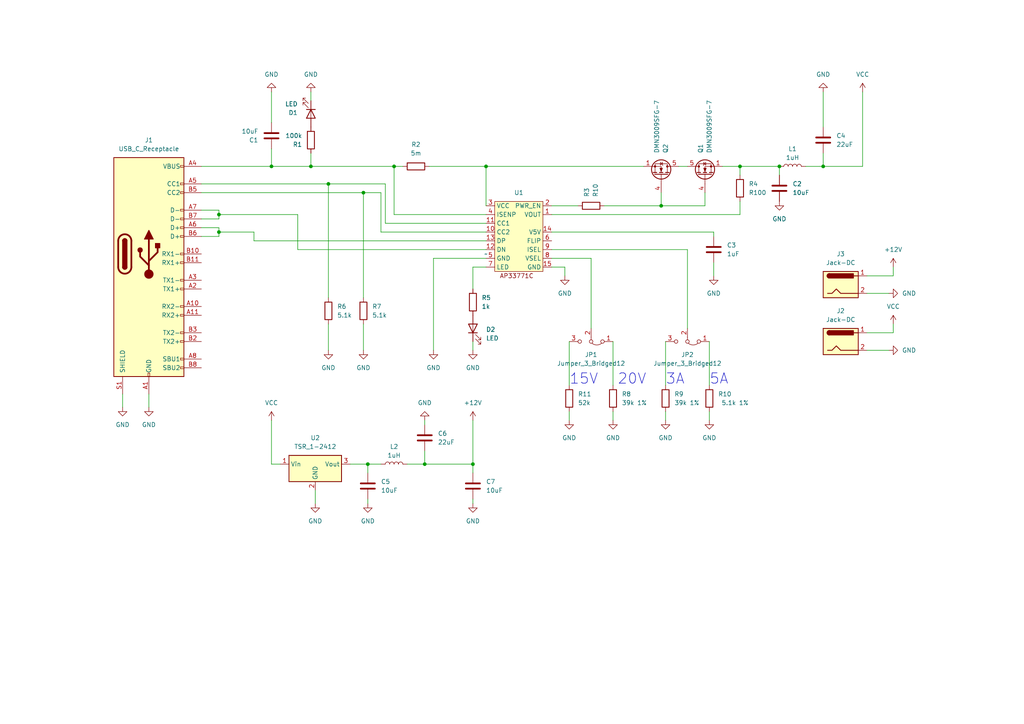
<source format=kicad_sch>
(kicad_sch (version 20230121) (generator eeschema)
  (paper "A4")
  (title_block (title "QMX + PA USB PD Power Board") (date "2024-10-08") (rev "1") (company "Lennart Werner"))
  (lib_symbols
    (symbol "Connector:Jack-DC" (pin_names (offset 1.016))
      (property "Reference" "J" (at 0 5.334 0))
      (property "Value" "Jack-DC" (at 0 -5.08 0))
      (symbol "Jack-DC_0_1"
        (rectangle (start -5.08 3.81) (end 5.08 -3.81) (stroke (width 0.254)) (fill (type background)))
        (arc (start -3.302 3.175) (mid -3.9343 2.54) (end -3.302 1.905) (stroke (width 0.254)))
        (arc (start -3.302 3.175) (mid -3.9343 2.54) (end -3.302 1.905) (stroke (width 0.254)) (fill (type outline)))
        (polyline (pts (xy 5.08 2.54) (xy 3.81 2.54)) (stroke (width 0.254)))
        (polyline (pts (xy -3.81 -2.54) (xy -2.54 -2.54) (xy -1.27 -1.27) (xy 0 -2.54) (xy 2.54 -2.54) (xy 5.08 -2.54)) (stroke (width 0.254)))
        (rectangle (start 3.683 3.175) (end -3.302 1.905) (stroke (width 0.254)) (fill (type outline)))
      )
      (symbol "Jack-DC_1_1"
        (pin passive line (at 7.62 2.54 180) (length 2.54) (name "~") (number "1"))
        (pin passive line (at 7.62 -2.54 180) (length 2.54) (name "~") (number "2"))
      )
    )
    (symbol "Connector:USB_C_Receptacle" (pin_names (offset 1.016))
      (property "Reference" "J" (at -10.16 29.21 0))
      (property "Value" "USB_C_Receptacle" (at 10.16 29.21 0))
      (symbol "USB_C_Receptacle_0_0"
        (rectangle (start -0.254 -35.56) (end 0.254 -34.544))
        (rectangle (start 10.16 -32.766) (end 9.144 -33.274))
        (rectangle (start 10.16 -30.226) (end 9.144 -30.734))
        (rectangle (start 10.16 -25.146) (end 9.144 -25.654))
        (rectangle (start 10.16 -22.606) (end 9.144 -23.114))
        (rectangle (start 10.16 -17.526) (end 9.144 -18.034))
        (rectangle (start 10.16 -14.986) (end 9.144 -15.494))
        (rectangle (start 10.16 -9.906) (end 9.144 -10.414))
        (rectangle (start 10.16 -7.366) (end 9.144 -7.874))
        (rectangle (start 10.16 -2.286) (end 9.144 -2.794))
        (rectangle (start 10.16 0.254) (end 9.144 -0.254))
        (rectangle (start 10.16 5.334) (end 9.144 4.826))
        (rectangle (start 10.16 7.874) (end 9.144 7.366))
        (rectangle (start 10.16 10.414) (end 9.144 9.906))
        (rectangle (start 10.16 12.954) (end 9.144 12.446))
        (rectangle (start 10.16 18.034) (end 9.144 17.526))
        (rectangle (start 10.16 20.574) (end 9.144 20.066))
        (rectangle (start 10.16 25.654) (end 9.144 25.146))
      )
      (symbol "USB_C_Receptacle_0_1"
        (rectangle (start -10.16 27.94) (end 10.16 -35.56) (stroke (width 0.254)) (fill (type background)))
        (arc (start -8.89 -3.81) (mid -6.985 -5.7067) (end -5.08 -3.81) (stroke (width 0.508)))
        (arc (start -7.62 -3.81) (mid -6.985 -4.4423) (end -6.35 -3.81) (stroke (width 0.254)))
        (arc (start -7.62 -3.81) (mid -6.985 -4.4423) (end -6.35 -3.81) (stroke (width 0.254)) (fill (type outline)))
        (rectangle (start -7.62 -3.81) (end -6.35 3.81) (stroke (width 0.254)) (fill (type outline)))
        (arc (start -6.35 3.81) (mid -6.985 4.4423) (end -7.62 3.81) (stroke (width 0.254)))
        (arc (start -6.35 3.81) (mid -6.985 4.4423) (end -7.62 3.81) (stroke (width 0.254)) (fill (type outline)))
        (arc (start -5.08 3.81) (mid -6.985 5.7067) (end -8.89 3.81) (stroke (width 0.508)))
        (polyline (pts (xy -8.89 -3.81) (xy -8.89 3.81)) (stroke (width 0.508)))
        (polyline (pts (xy -5.08 3.81) (xy -5.08 -3.81)) (stroke (width 0.508)))
      )
      (symbol "USB_C_Receptacle_1_1"
        (circle (center -2.54 1.143) (radius 0.635) (stroke (width 0.254)) (fill (type outline)))
        (circle (center 0 -5.842) (radius 1.27) (fill (type outline)))
        (polyline (pts (xy 0 -5.842) (xy 0 4.318)) (stroke (width 0.508)))
        (polyline (pts (xy 0 -3.302) (xy -2.54 -0.762) (xy -2.54 0.508)) (stroke (width 0.508)))
        (polyline (pts (xy 0 -2.032) (xy 2.54 0.508) (xy 2.54 1.778)) (stroke (width 0.508)))
        (polyline (pts (xy -1.27 4.318) (xy 0 6.858) (xy 1.27 4.318) (xy -1.27 4.318)) (stroke (width 0.254)) (fill (type outline)))
        (rectangle (start 1.905 1.778) (end 3.175 3.048) (stroke (width 0.254)) (fill (type outline)))
        (pin passive line (at 0 -40.64 90) (length 5.08) (name "GND") (number "A1"))
        (pin bidirectional line (at 15.24 -15.24 180) (length 5.08) (name "RX2-") (number "A10"))
        (pin bidirectional line (at 15.24 -17.78 180) (length 5.08) (name "RX2+") (number "A11"))
        (pin passive line (at 0 -40.64 90) (length 5.08) hide (name "GND") (number "A12"))
        (pin bidirectional line (at 15.24 -10.16 180) (length 5.08) (name "TX1+") (number "A2"))
        (pin bidirectional line (at 15.24 -7.62 180) (length 5.08) (name "TX1-") (number "A3"))
        (pin passive line (at 15.24 25.4 180) (length 5.08) (name "VBUS") (number "A4"))
        (pin bidirectional line (at 15.24 20.32 180) (length 5.08) (name "CC1") (number "A5"))
        (pin bidirectional line (at 15.24 7.62 180) (length 5.08) (name "D+") (number "A6"))
        (pin bidirectional line (at 15.24 12.7 180) (length 5.08) (name "D-") (number "A7"))
        (pin bidirectional line (at 15.24 -30.48 180) (length 5.08) (name "SBU1") (number "A8"))
        (pin passive line (at 15.24 25.4 180) (length 5.08) hide (name "VBUS") (number "A9"))
        (pin passive line (at 0 -40.64 90) (length 5.08) hide (name "GND") (number "B1"))
        (pin bidirectional line (at 15.24 0 180) (length 5.08) (name "RX1-") (number "B10"))
        (pin bidirectional line (at 15.24 -2.54 180) (length 5.08) (name "RX1+") (number "B11"))
        (pin passive line (at 0 -40.64 90) (length 5.08) hide (name "GND") (number "B12"))
        (pin bidirectional line (at 15.24 -25.4 180) (length 5.08) (name "TX2+") (number "B2"))
        (pin bidirectional line (at 15.24 -22.86 180) (length 5.08) (name "TX2-") (number "B3"))
        (pin passive line (at 15.24 25.4 180) (length 5.08) hide (name "VBUS") (number "B4"))
        (pin bidirectional line (at 15.24 17.78 180) (length 5.08) (name "CC2") (number "B5"))
        (pin bidirectional line (at 15.24 5.08 180) (length 5.08) (name "D+") (number "B6"))
        (pin bidirectional line (at 15.24 10.16 180) (length 5.08) (name "D-") (number "B7"))
        (pin bidirectional line (at 15.24 -33.02 180) (length 5.08) (name "SBU2") (number "B8"))
        (pin passive line (at 15.24 25.4 180) (length 5.08) hide (name "VBUS") (number "B9"))
        (pin passive line (at -7.62 -40.64 90) (length 5.08) (name "SHIELD") (number "S1"))
      )
    )
    (symbol "Device:C" (pin_numbers hide) (pin_names (offset 0.254))
      (property "Reference" "C" (at 0.635 2.54 0))
      (property "Value" "C" (at 0.635 -2.54 0))
      (symbol "C_0_1"
        (polyline (pts (xy -2.032 -0.762) (xy 2.032 -0.762)) (stroke (width 0.508)))
        (polyline (pts (xy -2.032 0.762) (xy 2.032 0.762)) (stroke (width 0.508)))
      )
      (symbol "C_1_1"
        (pin passive line (at 0 3.81 270) (length 2.794) (name "~") (number "1"))
        (pin passive line (at 0 -3.81 90) (length 2.794) (name "~") (number "2"))
      )
    )
    (symbol "Device:L" (pin_numbers hide) (pin_names (offset 1.016) hide)
      (property "Reference" "L" (at -1.27 0 90))
      (property "Value" "L" (at 1.905 0 90))
      (symbol "L_0_1"
        (arc (start 0 -2.54) (mid 0.6323 -1.905) (end 0 -1.27))
        (arc (start 0 -1.27) (mid 0.6323 -0.635) (end 0 0))
        (arc (start 0 0) (mid 0.6323 0.635) (end 0 1.27))
        (arc (start 0 1.27) (mid 0.6323 1.905) (end 0 2.54))
      )
      (symbol "L_1_1"
        (pin passive line (at 0 3.81 270) (length 1.27) (name "1") (number "1"))
        (pin passive line (at 0 -3.81 90) (length 1.27) (name "2") (number "2"))
      )
    )
    (symbol "Device:LED" (pin_numbers hide) (pin_names (offset 1.016) hide)
      (property "Reference" "D" (at 0 2.54 0))
      (property "Value" "LED" (at 0 -2.54 0))
      (symbol "LED_0_1"
        (polyline (pts (xy -1.27 -1.27) (xy -1.27 1.27)) (stroke (width 0.254)))
        (polyline (pts (xy -1.27 0) (xy 1.27 0)))
        (polyline (pts (xy 1.27 -1.27) (xy 1.27 1.27) (xy -1.27 0) (xy 1.27 -1.27)) (stroke (width 0.254)))
        (polyline (pts (xy -3.048 -0.762) (xy -4.572 -2.286) (xy -3.81 -2.286) (xy -4.572 -2.286) (xy -4.572 -1.524)))
        (polyline (pts (xy -1.778 -0.762) (xy -3.302 -2.286) (xy -2.54 -2.286) (xy -3.302 -2.286) (xy -3.302 -1.524)))
      )
      (symbol "LED_1_1"
        (pin passive line (at -3.81 0 0) (length 2.54) (name "K") (number "1"))
        (pin passive line (at 3.81 0 180) (length 2.54) (name "A") (number "2"))
      )
    )
    (symbol "Device:R" (pin_numbers hide) (pin_names (offset 0))
      (property "Reference" "R" (at 2.032 0 90))
      (property "Value" "R" (at 0 0 90))
      (symbol "R_0_1"
        (rectangle (start -1.016 -2.54) (end 1.016 2.54) (stroke (width 0.254)))
      )
      (symbol "R_1_1"
        (pin passive line (at 0 3.81 270) (length 1.27) (name "~") (number "1"))
        (pin passive line (at 0 -3.81 90) (length 1.27) (name "~") (number "2"))
      )
    )
    (symbol "Jumper:Jumper_3_Bridged12" (pin_names (offset 0) hide)
      (property "Reference" "JP" (at -2.54 -2.54 0))
      (property "Value" "Jumper_3_Bridged12" (at 0 2.794 0))
      (symbol "Jumper_3_Bridged12_0_0"
        (circle (center -3.302 0) (radius 0.508))
        (circle (center 0 0) (radius 0.508))
        (circle (center 3.302 0) (radius 0.508))
      )
      (symbol "Jumper_3_Bridged12_0_1"
        (arc (start -0.254 0.508) (mid -1.651 0.9912) (end -3.048 0.508))
        (polyline (pts (xy 0 -1.27) (xy 0 -0.508)))
      )
      (symbol "Jumper_3_Bridged12_1_1"
        (pin passive line (at -6.35 0 0) (length 2.54) (name "A") (number "1"))
        (pin passive line (at 0 -3.81 90) (length 2.54) (name "C") (number "2"))
        (pin passive line (at 6.35 0 180) (length 2.54) (name "B") (number "3"))
      )
    )
    (symbol "Regulator_Switching:TSR_1-2412"
      (property "Reference" "U" (at -7.62 6.35 0))
      (property "Value" "TSR_1-2412" (at -1.27 6.35 0))
      (symbol "TSR_1-2412_0_1"
        (rectangle (start -7.62 5.08) (end 7.62 -2.54) (stroke (width 0.254)) (fill (type background)))
      )
      (symbol "TSR_1-2412_1_1"
        (pin power_in line (at -10.16 2.54 0) (length 2.54) (name "Vin") (number "1"))
        (pin power_in line (at 0 -5.08 90) (length 2.54) (name "GND") (number "2"))
        (pin power_out line (at 10.16 2.54 180) (length 2.54) (name "Vout") (number "3"))
      )
    )
    (symbol "SamacSys_Parts:AP33771C"
      (property "Reference" "U" (at -3.81 1.27 0))
      (symbol "AP33771C_1_1"
        (rectangle (start 2.54 24.13) (end 16.51 3.81) (fill (type background)))
        (text "AP33771C" (at 8.89 2.54 0) (effects (font (size 1.27 1.27))))
        (pin passive line (at 19.05 20.32 180) (length 2.54) (name "VOUT") (number "1"))
        (pin passive line (at 0 15.24 0) (length 2.54) (name "CC2") (number "10"))
        (pin passive line (at 0 17.78 0) (length 2.54) (name "CC1") (number "11"))
        (pin passive line (at 0 10.16 0) (length 2.54) (name "DN") (number "12"))
        (pin passive line (at 0 12.7 0) (length 2.54) (name "DP") (number "13"))
        (pin passive line (at 19.05 15.24 180) (length 2.54) (name "V5V") (number "14"))
        (pin passive line (at 19.05 5.08 180) (length 2.54) (name "GND") (number "15"))
        (pin passive line (at 19.05 22.86 180) (length 2.54) (name "PWR_EN") (number "2"))
        (pin passive line (at 0 22.86 0) (length 2.54) (name "VCC") (number "3"))
        (pin passive line (at 0 20.32 0) (length 2.54) (name "ISENP") (number "4"))
        (pin passive line (at 0 7.62 0) (length 2.54) (name "GND") (number "5"))
        (pin passive line (at 19.05 12.7 180) (length 2.54) (name "FLIP") (number "6"))
        (pin passive line (at 0 5.08 0) (length 2.54) (name "LED") (number "7"))
        (pin passive line (at 19.05 7.62 180) (length 2.54) (name "VSEL") (number "8"))
        (pin passive line (at 19.05 10.16 180) (length 2.54) (name "ISEL") (number "9"))
      )
    )
    (symbol "Transistor_FET:DMN3008SFG" (pin_names hide)
      (property "Reference" "Q" (at 5.08 1.905 0))
      (property "Value" "DMN3008SFG" (at 5.08 0 0))
      (symbol "DMN3008SFG_0_1"
        (polyline (pts (xy -2.54 0) (xy 0.254 0)))
        (polyline (pts (xy 0.254 1.905) (xy 0.254 -1.905)) (stroke (width 0.254)))
        (polyline (pts (xy 0.762 -1.27) (xy 0.762 -2.286)) (stroke (width 0.254)))
        (polyline (pts (xy 0.762 0.508) (xy 0.762 -0.508)) (stroke (width 0.254)))
        (polyline (pts (xy 0.762 2.286) (xy 0.762 1.27)) (stroke (width 0.254)))
        (polyline (pts (xy 2.54 2.54) (xy 2.54 1.778)))
        (polyline (pts (xy 2.54 -2.54) (xy 2.54 0) (xy 0.762 0)))
        (polyline (pts (xy 0.762 -1.778) (xy 3.302 -1.778) (xy 3.302 1.778) (xy 0.762 1.778)))
        (polyline (pts (xy 1.016 0) (xy 2.032 0.381) (xy 2.032 -0.381) (xy 1.016 0)) (fill (type outline)))
        (polyline (pts (xy 2.794 0.508) (xy 2.921 0.381) (xy 3.683 0.381) (xy 3.81 0.254)))
        (polyline (pts (xy 3.302 0.381) (xy 2.921 -0.254) (xy 3.683 -0.254) (xy 3.302 0.381)))
        (circle (center 1.651 0) (radius 2.794) (stroke (width 0.254)))
        (circle (center 2.54 -1.778) (radius 0.254) (fill (type outline)))
        (circle (center 2.54 1.778) (radius 0.254) (fill (type outline)))
      )
      (symbol "DMN3008SFG_1_1"
        (pin passive line (at 2.54 -5.08 90) (length 2.54) (name "S") (number "1"))
        (pin passive line (at 2.54 -5.08 90) (length 2.54) hide (name "S") (number "2"))
        (pin passive line (at 2.54 -5.08 90) (length 2.54) hide (name "S") (number "3"))
        (pin passive line (at -5.08 0 0) (length 2.54) (name "G") (number "4"))
        (pin passive line (at 2.54 5.08 270) (length 2.54) (name "D") (number "5"))
      )
    )
    (symbol "power:+12V" (power) (pin_names (offset 0))
      (property "Value" "+12V" (at 0 3.556 0))
      (symbol "+12V_0_1"
        (polyline (pts (xy -0.762 1.27) (xy 0 2.54)))
        (polyline (pts (xy 0 0) (xy 0 2.54)))
        (polyline (pts (xy 0 2.54) (xy 0.762 1.27)))
      )
      (symbol "+12V_1_1"
        (pin power_in line (at 0 0 90) (length 0) hide (name "+12V") (number "1"))
      )
    )
    (symbol "power:GND" (power) (pin_names (offset 0))
      (property "Value" "GND" (at 0 -3.81 0))
      (symbol "GND_0_1"
        (polyline (pts (xy 0 0) (xy 0 -1.27) (xy 1.27 -1.27) (xy 0 -2.54) (xy -1.27 -1.27) (xy 0 -1.27)))
      )
      (symbol "GND_1_1"
        (pin power_in line (at 0 0 270) (length 0) hide (name "GND") (number "1"))
      )
    )
    (symbol "power:VCC" (power) (pin_names (offset 0))
      (property "Value" "VCC" (at 0 3.81 0))
      (symbol "VCC_0_1"
        (polyline (pts (xy -0.762 1.27) (xy 0 2.54)))
        (polyline (pts (xy 0 0) (xy 0 2.54)))
        (polyline (pts (xy 0 2.54) (xy 0.762 1.27)))
      )
      (symbol "VCC_1_1"
        (pin power_in line (at 0 0 90) (length 0) hide (name "VCC") (number "1"))
      )
    )
  )
  (junction (at 106.68 134.62))
  (junction (at 63.5 62.23))
  (junction (at 214.63 48.26))
  (junction (at 140.97 48.26))
  (junction (at 123.19 134.62))
  (junction (at 191.77 59.69))
  (junction (at 78.74 48.26))
  (junction (at 238.76 48.26))
  (junction (at 137.16 134.62))
  (junction (at 63.5 67.31))
  (junction (at 114.3 48.26))
  (junction (at 95.25 53.34))
  (junction (at 90.17 48.26))
  (junction (at 105.41 55.88))
  (junction (at 226.06 48.26))
  (wire (pts (xy 251.46 101.6) (xy 257.81 101.6)))
  (wire (pts (xy 160.02 77.47) (xy 163.83 77.47)))
  (wire (pts (xy 193.04 119.38) (xy 193.04 121.92)))
  (wire (pts (xy 111.76 53.34) (xy 111.76 64.77)))
  (wire (pts (xy 137.16 99.06) (xy 137.16 101.6)))
  (wire (pts (xy 137.16 77.47) (xy 137.16 83.82)))
  (wire (pts (xy 58.42 55.88) (xy 105.41 55.88)))
  (wire (pts (xy 63.5 68.58) (xy 58.42 68.58)))
  (wire (pts (xy 191.77 59.69) (xy 204.47 59.69)))
  (wire (pts (xy 58.42 48.26) (xy 78.74 48.26)))
  (wire (pts (xy 91.44 142.24) (xy 91.44 146.05)))
  (wire (pts (xy 123.19 134.62) (xy 123.19 130.81)))
  (wire (pts (xy 114.3 48.26) (xy 114.3 62.23)))
  (wire (pts (xy 58.42 63.5) (xy 63.5 63.5)))
  (wire (pts (xy 251.46 96.52) (xy 259.08 96.52)))
  (wire (pts (xy 137.16 146.05) (xy 137.16 144.78)))
  (wire (pts (xy 110.49 67.31) (xy 140.97 67.31)))
  (wire (pts (xy 214.63 62.23) (xy 214.63 58.42)))
  (wire (pts (xy 207.01 76.2) (xy 207.01 80.01)))
  (wire (pts (xy 259.08 80.01) (xy 259.08 77.47)))
  (wire (pts (xy 226.06 48.26) (xy 214.63 48.26)))
  (wire (pts (xy 78.74 48.26) (xy 78.74 43.18)))
  (wire (pts (xy 160.02 74.93) (xy 171.45 74.93)))
  (wire (pts (xy 165.1 119.38) (xy 165.1 121.92)))
  (wire (pts (xy 114.3 48.26) (xy 90.17 48.26)))
  (wire (pts (xy 165.1 99.06) (xy 165.1 111.76)))
  (wire (pts (xy 101.6 134.62) (xy 106.68 134.62)))
  (wire (pts (xy 259.08 96.52) (xy 259.08 93.98)))
  (wire (pts (xy 90.17 29.21) (xy 90.17 26.67)))
  (wire (pts (xy 95.25 93.98) (xy 95.25 101.6)))
  (wire (pts (xy 226.06 50.8) (xy 226.06 48.26)))
  (wire (pts (xy 160.02 67.31) (xy 207.01 67.31)))
  (wire (pts (xy 110.49 134.62) (xy 106.68 134.62)))
  (wire (pts (xy 140.97 48.26) (xy 140.97 59.69)))
  (wire (pts (xy 86.36 72.39) (xy 86.36 62.23)))
  (wire (pts (xy 175.26 59.69) (xy 191.77 59.69)))
  (wire (pts (xy 106.68 137.16) (xy 106.68 134.62)))
  (wire (pts (xy 106.68 146.05) (xy 106.68 144.78)))
  (wire (pts (xy 238.76 48.26) (xy 238.76 44.45)))
  (wire (pts (xy 191.77 55.88) (xy 191.77 59.69)))
  (wire (pts (xy 209.55 48.26) (xy 214.63 48.26)))
  (wire (pts (xy 58.42 53.34) (xy 95.25 53.34)))
  (wire (pts (xy 63.5 60.96) (xy 58.42 60.96)))
  (wire (pts (xy 95.25 53.34) (xy 95.25 86.36)))
  (wire (pts (xy 250.19 48.26) (xy 238.76 48.26)))
  (wire (pts (xy 140.97 62.23) (xy 114.3 62.23)))
  (wire (pts (xy 73.66 69.85) (xy 73.66 67.31)))
  (wire (pts (xy 214.63 48.26) (xy 214.63 50.8)))
  (wire (pts (xy 63.5 62.23) (xy 63.5 60.96)))
  (wire (pts (xy 163.83 77.47) (xy 163.83 80.01)))
  (wire (pts (xy 118.11 134.62) (xy 123.19 134.62)))
  (wire (pts (xy 177.8 119.38) (xy 177.8 121.92)))
  (wire (pts (xy 105.41 93.98) (xy 105.41 101.6)))
  (wire (pts (xy 205.74 119.38) (xy 205.74 121.92)))
  (wire (pts (xy 110.49 55.88) (xy 110.49 67.31)))
  (wire (pts (xy 123.19 134.62) (xy 137.16 134.62)))
  (wire (pts (xy 63.5 66.04) (xy 63.5 67.31)))
  (wire (pts (xy 95.25 53.34) (xy 111.76 53.34)))
  (wire (pts (xy 111.76 64.77) (xy 140.97 64.77)))
  (wire (pts (xy 160.02 72.39) (xy 199.39 72.39)))
  (wire (pts (xy 90.17 44.45) (xy 90.17 48.26)))
  (wire (pts (xy 105.41 55.88) (xy 105.41 86.36)))
  (wire (pts (xy 137.16 137.16) (xy 137.16 134.62)))
  (wire (pts (xy 58.42 66.04) (xy 63.5 66.04)))
  (wire (pts (xy 171.45 74.93) (xy 171.45 95.25)))
  (wire (pts (xy 140.97 77.47) (xy 137.16 77.47)))
  (wire (pts (xy 78.74 121.92) (xy 78.74 134.62)))
  (wire (pts (xy 43.18 114.3) (xy 43.18 118.11)))
  (wire (pts (xy 105.41 55.88) (xy 110.49 55.88)))
  (wire (pts (xy 114.3 48.26) (xy 116.84 48.26)))
  (wire (pts (xy 140.97 72.39) (xy 86.36 72.39)))
  (wire (pts (xy 204.47 55.88) (xy 204.47 59.69)))
  (wire (pts (xy 205.74 99.06) (xy 205.74 111.76)))
  (wire (pts (xy 160.02 59.69) (xy 167.64 59.69)))
  (wire (pts (xy 177.8 99.06) (xy 177.8 111.76)))
  (wire (pts (xy 251.46 80.01) (xy 259.08 80.01)))
  (wire (pts (xy 73.66 67.31) (xy 63.5 67.31)))
  (wire (pts (xy 160.02 62.23) (xy 214.63 62.23)))
  (wire (pts (xy 238.76 26.67) (xy 238.76 36.83)))
  (wire (pts (xy 123.19 121.92) (xy 123.19 123.19)))
  (wire (pts (xy 78.74 134.62) (xy 81.28 134.62)))
  (wire (pts (xy 193.04 99.06) (xy 193.04 111.76)))
  (wire (pts (xy 140.97 48.26) (xy 186.69 48.26)))
  (wire (pts (xy 207.01 67.31) (xy 207.01 68.58)))
  (wire (pts (xy 199.39 72.39) (xy 199.39 95.25)))
  (wire (pts (xy 35.56 114.3) (xy 35.56 118.11)))
  (wire (pts (xy 63.5 63.5) (xy 63.5 62.23)))
  (wire (pts (xy 90.17 48.26) (xy 78.74 48.26)))
  (wire (pts (xy 233.68 48.26) (xy 238.76 48.26)))
  (wire (pts (xy 124.46 48.26) (xy 140.97 48.26)))
  (wire (pts (xy 140.97 74.93) (xy 125.73 74.93)))
  (wire (pts (xy 137.16 121.92) (xy 137.16 134.62)))
  (wire (pts (xy 125.73 74.93) (xy 125.73 101.6)))
  (wire (pts (xy 251.46 85.09) (xy 257.81 85.09)))
  (wire (pts (xy 78.74 35.56) (xy 78.74 26.67)))
  (wire (pts (xy 140.97 69.85) (xy 73.66 69.85)))
  (wire (pts (xy 86.36 62.23) (xy 63.5 62.23)))
  (wire (pts (xy 63.5 67.31) (xy 63.5 68.58)))
  (wire (pts (xy 196.85 48.26) (xy 199.39 48.26)))
  (wire (pts (xy 250.19 26.67) (xy 250.19 48.26)))
  (text "3A" (at 193.04 111.76 0) (effects (font (size 3 3)) (justify left bottom)))
  (text "5A" (at 205.74 111.76 0) (effects (font (size 3 3)) (justify left bottom)))
  (text "20V" (at 179.07 111.76 0) (effects (font (size 3 3)) (justify left bottom)))
  (text "15V" (at 165.1 111.76 0) (effects (font (size 3 3)) (justify left bottom)))
  (symbol (lib_id "power:+12V") (at 259.08 77.47 0) (unit 1)
    (property "Reference" "#PWR024" (effects hide))
    (property "Value" "+12V" (at 259.08 72.39 0))
  )
  (symbol (lib_id "power:+12V") (at 137.16 121.92 0) (unit 1)
    (property "Reference" "#PWR023" (effects hide))
    (property "Value" "+12V" (at 137.16 116.84 0))
  )
  (symbol (lib_id "Device:R") (at 214.63 54.61 0) (unit 1)
    (property "Reference" "R4" (at 217.17 53.34 0) (effects (justify left)))
    (property "Value" "R100" (at 217.17 55.88 0) (effects (justify left)))
    (property "Footprint" "Resistor_SMD:R_0603_1608Metric" (effects hide))
  )
  (symbol (lib_id "Device:C") (at 238.76 40.64 0) (unit 1)
    (property "Reference" "C4" (at 242.57 39.37 0) (effects (justify left)))
    (property "Value" "22uF" (at 242.57 41.91 0) (effects (justify left)))
    (property "Footprint" "Capacitor_SMD:C_0603_1608Metric" (effects hide))
  )
  (symbol (lib_id "Transistor_FET:DMN3008SFG") (at 204.47 50.8 90) (unit 1)
    (property "Reference" "Q1" (at 203.2 44.45 0) (effects (justify left)))
    (property "Value" "DMN3009SFG-7" (at 205.74 44.45 0) (effects (justify left)))
    (property "Footprint" "Package_SON:Diodes_PowerDI3333-8" (effects hide))
    (property "Datasheet" "https://www.diodes.com/assets/Datasheets/DMN3008SFG.pdf" (effects hide))
  )
  (symbol (lib_id "power:GND") (at 257.81 85.09 90) (unit 1)
    (property "Reference" "#PWR026" (effects hide))
    (property "Value" "GND" (at 261.62 85.09 90) (effects (justify right)))
  )
  (symbol (lib_id "Device:R") (at 171.45 59.69 90) (unit 1)
    (property "Reference" "R3" (at 170.18 57.15 0) (effects (justify left)))
    (property "Value" "R10" (at 172.72 57.15 0) (effects (justify left)))
    (property "Footprint" "Resistor_SMD:R_0603_1608Metric" (effects hide))
  )
  (symbol (lib_id "power:GND") (at 177.8 121.92 0) (unit 1)
    (property "Reference" "#PWR013" (effects hide))
    (property "Value" "GND" (at 177.8 127 0))
  )
  (symbol (lib_id "power:VCC") (at 78.74 121.92 0) (unit 1)
    (property "Reference" "#PWR018" (effects hide))
    (property "Value" "VCC" (at 78.74 116.84 0))
  )
  (symbol (lib_id "power:GND") (at 205.74 121.92 0) (unit 1)
    (property "Reference" "#PWR015" (effects hide))
    (property "Value" "GND" (at 205.74 127 0))
  )
  (symbol (lib_id "Device:C") (at 137.16 140.97 0) (unit 1)
    (property "Reference" "C7" (at 140.97 139.7 0) (effects (justify left)))
    (property "Value" "10uF" (at 140.97 142.24 0) (effects (justify left)))
    (property "Footprint" "Capacitor_SMD:C_0603_1608Metric" (effects hide))
  )
  (symbol (lib_id "Device:R") (at 120.65 48.26 90) (unit 1)
    (property "Reference" "R2" (at 120.65 41.91 90))
    (property "Value" "5m" (at 120.65 44.45 90))
    (property "Footprint" "Resistor_SMD:R_2512_6332Metric" (effects hide))
    (property "Datasheet" "https://www.mouser.ch/ProductDetail/Ohmite/MCS3264R005FER?qs=SvApV4JM6f0W0sVt9bvgag%3D%3D" (effects hide))
  )
  (symbol (lib_id "power:GND") (at 78.74 26.67 180) (unit 1)
    (property "Reference" "#PWR02" (effects hide))
    (property "Value" "GND" (at 78.74 21.59 0))
  )
  (symbol (lib_id "power:GND") (at 238.76 26.67 180) (unit 1)
    (property "Reference" "#PWR017" (effects hide))
    (property "Value" "GND" (at 238.76 21.59 0))
  )
  (symbol (lib_id "Device:C") (at 78.74 39.37 180) (unit 1)
    (property "Reference" "C1" (at 74.93 40.64 0) (effects (justify left)))
    (property "Value" "10uF" (at 74.93 38.1 0) (effects (justify left)))
    (property "Footprint" "Capacitor_SMD:C_0603_1608Metric" (effects hide))
  )
  (symbol (lib_id "Connector:Jack-DC") (at 243.84 99.06 0) (unit 1)
    (property "Reference" "J2" (at 243.84 90.17 0))
    (property "Value" "Jack-DC" (at 243.84 92.71 0))
    (property "Footprint" "Connector_BarrelJack:BarrelJack_Wuerth_6941xx301002" (effects hide))
    (property "Datasheet" " 694106301002 " (effects hide))
  )
  (symbol (lib_id "power:VCC") (at 250.19 26.67 0) (unit 1)
    (property "Reference" "#PWR016" (effects hide))
    (property "Value" "VCC" (at 250.19 21.59 0))
  )
  (symbol (lib_id "Device:C") (at 207.01 72.39 0) (unit 1)
    (property "Reference" "C3" (at 210.82 71.12 0) (effects (justify left)))
    (property "Value" "1uF" (at 210.82 73.66 0) (effects (justify left)))
    (property "Footprint" "Capacitor_SMD:C_0603_1608Metric" (effects hide))
  )
  (symbol (lib_id "Device:R") (at 90.17 40.64 180) (unit 1)
    (property "Reference" "R1" (at 87.63 41.91 0) (effects (justify left)))
    (property "Value" "100k" (at 87.63 39.37 0) (effects (justify left)))
    (property "Footprint" "Resistor_SMD:R_0603_1608Metric" (effects hide))
  )
  (symbol (lib_id "power:GND") (at 91.44 146.05 0) (unit 1)
    (property "Reference" "#PWR019" (effects hide))
    (property "Value" "GND" (at 91.44 151.13 0))
  )
  (symbol (lib_id "Device:R") (at 95.25 90.17 180) (unit 1)
    (property "Reference" "R6" (at 97.79 88.9 0) (effects (justify right)))
    (property "Value" "5.1k" (at 97.79 91.44 0) (effects (justify right)))
    (property "Footprint" "Resistor_SMD:R_0603_1608Metric" (effects hide))
  )
  (symbol (lib_id "Connector:Jack-DC") (at 243.84 82.55 0) (unit 1)
    (property "Reference" "J3" (at 243.84 73.66 0))
    (property "Value" "Jack-DC" (at 243.84 76.2 0))
    (property "Footprint" "Connector_BarrelJack:BarrelJack_Wuerth_6941xx301002" (effects hide))
    (property "Datasheet" " 694106301002 " (effects hide))
  )
  (symbol (lib_id "Device:C") (at 226.06 54.61 0) (unit 1)
    (property "Reference" "C2" (at 229.87 53.34 0) (effects (justify left)))
    (property "Value" "10uF" (at 229.87 55.88 0) (effects (justify left)))
    (property "Footprint" "Capacitor_SMD:C_0603_1608Metric" (effects hide))
  )
  (symbol (lib_id "Device:R") (at 137.16 87.63 0) (unit 1)
    (property "Reference" "R5" (at 139.7 86.36 0) (effects (justify left)))
    (property "Value" "1k" (at 139.7 88.9 0) (effects (justify left)))
    (property "Footprint" "Resistor_SMD:R_0603_1608Metric" (effects hide))
  )
  (symbol (lib_id "power:GND") (at 226.06 58.42 0) (unit 1)
    (property "Reference" "#PWR04" (effects hide))
    (property "Value" "GND" (at 226.06 63.5 0))
  )
  (symbol (lib_id "power:GND") (at 90.17 26.67 180) (unit 1)
    (property "Reference" "#PWR01" (effects hide))
    (property "Value" "GND" (at 90.17 21.59 0))
  )
  (symbol (lib_id "power:GND") (at 163.83 80.01 0) (unit 1)
    (property "Reference" "#PWR03" (effects hide))
    (property "Value" "GND" (at 163.83 85.09 0))
  )
  (symbol (lib_id "Device:C") (at 123.19 127 0) (unit 1)
    (property "Reference" "C6" (at 127 125.73 0) (effects (justify left)))
    (property "Value" "22uF" (at 127 128.27 0) (effects (justify left)))
    (property "Footprint" "Capacitor_SMD:C_0603_1608Metric" (effects hide))
  )
  (symbol (lib_id "Device:R") (at 165.1 115.57 180) (unit 1)
    (property "Reference" "R11" (at 167.64 114.3 0) (effects (justify right)))
    (property "Value" "52k" (at 167.64 116.84 0) (effects (justify right)))
    (property "Footprint" "Resistor_SMD:R_0603_1608Metric" (effects hide))
  )
  (symbol (lib_id "Connector:USB_C_Receptacle") (at 43.18 73.66 0) (unit 1)
    (property "Reference" "J1" (at 43.18 40.64 0))
    (property "Value" "USB_C_Receptacle" (at 43.18 43.18 0))
    (property "Footprint" "Connector_USB:USB_C_Receptacle_Amphenol_12401610E4-2A" (effects hide))
    (property "Datasheet" "https://www.usb.org/sites/default/files/documents/usb_type-c.zip" (effects hide))
  )
  (symbol (lib_id "power:GND") (at 137.16 146.05 0) (unit 1)
    (property "Reference" "#PWR022" (effects hide))
    (property "Value" "GND" (at 137.16 151.13 0))
  )
  (symbol (lib_id "Device:R") (at 205.74 115.57 180) (unit 1)
    (property "Reference" "R10" (at 208.28 114.3 0) (effects (justify right)))
    (property "Value" " 5.1k 1%" (at 208.28 116.84 0) (effects (justify right)))
    (property "Footprint" "Resistor_SMD:R_0603_1608Metric" (effects hide))
  )
  (symbol (lib_id "Transistor_FET:DMN3008SFG") (at 191.77 50.8 270) (mirror x) (unit 1)
    (property "Reference" "Q2" (at 193.04 44.45 0) (effects (justify left)))
    (property "Value" "DMN3009SFG-7" (at 190.5 44.45 0) (effects (justify left)))
    (property "Footprint" "Package_SON:Diodes_PowerDI3333-8" (effects hide))
    (property "Datasheet" "https://www.diodes.com/assets/Datasheets/DMN3008SFG.pdf" (effects hide))
  )
  (symbol (lib_id "Device:R") (at 177.8 115.57 0) (unit 1)
    (property "Reference" "R8" (at 180.34 114.3 0) (effects (justify left)))
    (property "Value" "39k 1%" (at 180.34 116.84 0) (effects (justify left)))
    (property "Footprint" "Resistor_SMD:R_0603_1608Metric" (effects hide))
  )
  (symbol (lib_id "Device:LED") (at 90.17 33.02 270) (unit 1)
    (property "Reference" "D1" (at 86.36 32.7025 90) (effects (justify right)))
    (property "Value" "LED" (at 86.36 30.1625 90) (effects (justify right)))
    (property "Footprint" "LED_SMD:LED_0603_1608Metric" (effects hide))
  )
  (symbol (lib_id "SamacSys_Parts:AP33771C") (at 140.97 82.55 0) (unit 1)
    (property "Reference" "U1" (at 150.495 55.88 0))
    (property "Value" "~" (at 140.97 73.66 0))
    (property "Footprint" "Package_DFN_QFN:DFN-14-1EP_3x3mm_P0.4mm_EP1.78x2.35mm" (effects hide))
  )
  (symbol (lib_id "Jumper:Jumper_3_Bridged12") (at 171.45 99.06 180) (unit 1)
    (property "Reference" "JP1" (at 171.45 102.87 0))
    (property "Value" "Jumper_3_Bridged12" (at 171.45 105.41 0))
    (property "Footprint" "Connector_PinHeader_2.54mm:PinHeader_1x03_P2.54mm_Vertical" (effects hide))
  )
  (symbol (lib_id "power:VCC") (at 259.08 93.98 0) (unit 1)
    (property "Reference" "#PWR025" (effects hide))
    (property "Value" "VCC" (at 259.08 88.9 0))
  )
  (symbol (lib_id "power:GND") (at 137.16 101.6 0) (unit 1)
    (property "Reference" "#PWR06" (effects hide))
    (property "Value" "GND" (at 137.16 106.68 0))
  )
  (symbol (lib_id "Device:R") (at 193.04 115.57 0) (unit 1)
    (property "Reference" "R9" (at 195.58 114.3 0) (effects (justify left)))
    (property "Value" "39k 1%" (at 195.58 116.84 0) (effects (justify left)))
    (property "Footprint" "Resistor_SMD:R_0603_1608Metric" (effects hide))
  )
  (symbol (lib_id "Device:L") (at 114.3 134.62 90) (unit 1)
    (property "Reference" "L2" (at 114.3 129.54 90))
    (property "Value" "1uH" (at 114.3 132.08 90))
    (property "Footprint" "Inductor_SMD:L_Coilcraft_XAL5030-XXX" (effects hide))
    (property "Datasheet" "XAL5030-102MEC " (effects hide))
  )
  (symbol (lib_id "power:GND") (at 95.25 101.6 0) (unit 1)
    (property "Reference" "#PWR010" (effects hide))
    (property "Value" "GND" (at 95.25 106.68 0))
  )
  (symbol (lib_id "power:GND") (at 106.68 146.05 0) (unit 1)
    (property "Reference" "#PWR020" (effects hide))
    (property "Value" "GND" (at 106.68 151.13 0))
  )
  (symbol (lib_id "power:GND") (at 125.73 101.6 0) (unit 1)
    (property "Reference" "#PWR05" (effects hide))
    (property "Value" "GND" (at 125.73 106.68 0))
  )
  (symbol (lib_id "power:GND") (at 193.04 121.92 0) (unit 1)
    (property "Reference" "#PWR014" (effects hide))
    (property "Value" "GND" (at 193.04 127 0))
  )
  (symbol (lib_id "Regulator_Switching:TSR_1-2412") (at 91.44 137.16 0) (unit 1)
    (property "Reference" "U2" (at 91.44 127 0))
    (property "Value" "TSR_1-2412" (at 91.44 129.54 0))
    (property "Footprint" "Converter_DCDC:Converter_DCDC_TRACO_TSR-1_THT" (effects hide))
    (property "Datasheet" "http://www.tracopower.com/products/tsr1.pdf" (effects hide))
  )
  (symbol (lib_id "power:GND") (at 35.56 118.11 0) (unit 1)
    (property "Reference" "#PWR09" (effects hide))
    (property "Value" "GND" (at 35.56 123.19 0))
  )
  (symbol (lib_id "Jumper:Jumper_3_Bridged12") (at 199.39 99.06 180) (unit 1)
    (property "Reference" "JP2" (at 199.39 102.87 0))
    (property "Value" "Jumper_3_Bridged12" (at 199.39 105.41 0))
    (property "Footprint" "Connector_PinHeader_2.54mm:PinHeader_1x03_P2.54mm_Vertical" (effects hide))
  )
  (symbol (lib_id "Device:LED") (at 137.16 95.25 90) (unit 1)
    (property "Reference" "D2" (at 140.97 95.5675 90) (effects (justify right)))
    (property "Value" "LED" (at 140.97 98.1075 90) (effects (justify right)))
    (property "Footprint" "LED_SMD:LED_0603_1608Metric" (effects hide))
  )
  (symbol (lib_id "power:GND") (at 105.41 101.6 0) (unit 1)
    (property "Reference" "#PWR011" (effects hide))
    (property "Value" "GND" (at 105.41 106.68 0))
  )
  (symbol (lib_id "power:GND") (at 257.81 101.6 90) (unit 1)
    (property "Reference" "#PWR027" (effects hide))
    (property "Value" "GND" (at 261.62 101.6 90) (effects (justify right)))
  )
  (symbol (lib_id "power:GND") (at 123.19 121.92 180) (unit 1)
    (property "Reference" "#PWR021" (effects hide))
    (property "Value" "GND" (at 123.19 116.84 0))
  )
  (symbol (lib_id "power:GND") (at 207.01 80.01 0) (unit 1)
    (property "Reference" "#PWR07" (effects hide))
    (property "Value" "GND" (at 207.01 85.09 0))
  )
  (symbol (lib_id "power:GND") (at 43.18 118.11 0) (unit 1)
    (property "Reference" "#PWR08" (effects hide))
    (property "Value" "GND" (at 43.18 123.19 0))
  )
  (symbol (lib_id "Device:R") (at 105.41 90.17 180) (unit 1)
    (property "Reference" "R7" (at 107.95 88.9 0) (effects (justify right)))
    (property "Value" "5.1k" (at 107.95 91.44 0) (effects (justify right)))
    (property "Footprint" "Resistor_SMD:R_0603_1608Metric" (effects hide))
  )
  (symbol (lib_id "Device:L") (at 229.87 48.26 90) (unit 1)
    (property "Reference" "L1" (at 229.87 43.18 90))
    (property "Value" "1uH" (at 229.87 45.72 90))
    (property "Footprint" "Inductor_SMD:L_Coilcraft_XAL5030-XXX" (effects hide))
    (property "Datasheet" "XAL5030-102MEC " (effects hide))
  )
  (symbol (lib_id "power:GND") (at 165.1 121.92 0) (unit 1)
    (property "Reference" "#PWR012" (effects hide))
    (property "Value" "GND" (at 165.1 127 0))
  )
  (symbol (lib_id "Device:C") (at 106.68 140.97 0) (unit 1)
    (property "Reference" "C5" (at 110.49 139.7 0) (effects (justify left)))
    (property "Value" "10uF" (at 110.49 142.24 0) (effects (justify left)))
    (property "Footprint" "Capacitor_SMD:C_0603_1608Metric" (effects hide))
  )
)
</source>
